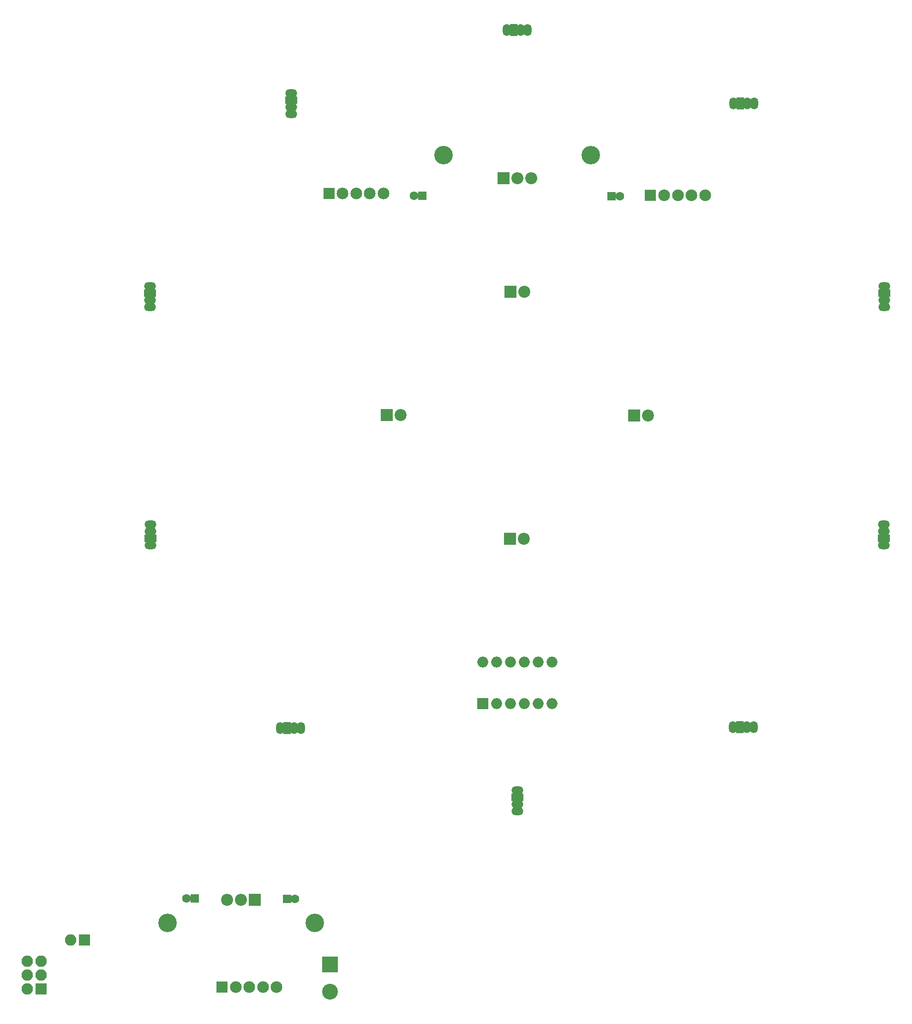
<source format=gbs>
G04 #@! TF.FileFunction,Soldermask,Bot*
%FSLAX46Y46*%
G04 Gerber Fmt 4.6, Leading zero omitted, Abs format (unit mm)*
G04 Created by KiCad (PCBNEW 4.0.7) date 02/24/18 14:33:00*
%MOMM*%
%LPD*%
G01*
G04 APERTURE LIST*
%ADD10C,0.100000*%
%ADD11C,3.400000*%
%ADD12R,1.600000X1.600000*%
%ADD13C,1.600000*%
%ADD14O,2.200000X1.470000*%
%ADD15R,2.200000X1.470000*%
%ADD16O,1.470000X2.200000*%
%ADD17R,1.470000X2.200000*%
%ADD18R,2.200000X2.200000*%
%ADD19C,2.200000*%
%ADD20R,2.150000X2.150000*%
%ADD21C,2.150000*%
%ADD22R,2.100000X2.100000*%
%ADD23O,2.100000X2.100000*%
%ADD24R,2.900000X2.900000*%
%ADD25C,2.900000*%
%ADD26R,2.000000X2.000000*%
%ADD27O,2.000000X2.000000*%
%ADD28O,2.200000X2.200000*%
G04 APERTURE END LIST*
D10*
D11*
X79514800Y-43230800D03*
X106514800Y-43230800D03*
D12*
X75590400Y-50698400D03*
D13*
X74090400Y-50698400D03*
D12*
X110286800Y-50749200D03*
D13*
X111786800Y-50749200D03*
D12*
X50749200Y-179679600D03*
D13*
X52249200Y-179679600D03*
D12*
X33832800Y-179527200D03*
D13*
X32332800Y-179527200D03*
D14*
X93014800Y-159766000D03*
D15*
X93014800Y-161036000D03*
D14*
X93014800Y-162306000D03*
X93014800Y-163576000D03*
D16*
X49530000Y-148285200D03*
D17*
X50800000Y-148285200D03*
D16*
X52070000Y-148285200D03*
X53340000Y-148285200D03*
D14*
X25704800Y-114808000D03*
D15*
X25704800Y-113538000D03*
D14*
X25704800Y-112268000D03*
X25704800Y-110998000D03*
X25654000Y-67259200D03*
D15*
X25654000Y-68529200D03*
D14*
X25654000Y-69799200D03*
X25654000Y-71069200D03*
X51511200Y-31902400D03*
D15*
X51511200Y-33172400D03*
D14*
X51511200Y-34442400D03*
X51511200Y-35712400D03*
D18*
X69037200Y-90932000D03*
D19*
X71577200Y-90932000D03*
D18*
X91744800Y-68326000D03*
D19*
X94284800Y-68326000D03*
D16*
X91084400Y-20320000D03*
D17*
X92354400Y-20320000D03*
D16*
X93624400Y-20320000D03*
X94894400Y-20320000D03*
X132638800Y-33731200D03*
D17*
X133908800Y-33731200D03*
D16*
X135178800Y-33731200D03*
X136448800Y-33731200D03*
D14*
X160324800Y-67259200D03*
D15*
X160324800Y-68529200D03*
D14*
X160324800Y-69799200D03*
X160324800Y-71069200D03*
X160223200Y-114757200D03*
D15*
X160223200Y-113487200D03*
D14*
X160223200Y-112217200D03*
X160223200Y-110947200D03*
D16*
X132588000Y-148132800D03*
D17*
X133858000Y-148132800D03*
D16*
X135128000Y-148132800D03*
X136398000Y-148132800D03*
D18*
X114452400Y-90982800D03*
D19*
X116992400Y-90982800D03*
D18*
X91694000Y-113588800D03*
D19*
X94234000Y-113588800D03*
D20*
X58470800Y-50292000D03*
D21*
X60970800Y-50292000D03*
X63470800Y-50292000D03*
X65970800Y-50292000D03*
X68470800Y-50292000D03*
D20*
X117449600Y-50596800D03*
D21*
X119949600Y-50596800D03*
X122449600Y-50596800D03*
X124949600Y-50596800D03*
X127449600Y-50596800D03*
D22*
X5689600Y-196189600D03*
D23*
X3149600Y-196189600D03*
X5689600Y-193649600D03*
X3149600Y-193649600D03*
X5689600Y-191109600D03*
X3149600Y-191109600D03*
D24*
X58674000Y-191668400D03*
D25*
X58674000Y-196668400D03*
D20*
X38862000Y-195783200D03*
D21*
X41362000Y-195783200D03*
X43862000Y-195783200D03*
X46362000Y-195783200D03*
X48862000Y-195783200D03*
D26*
X86664800Y-143865600D03*
D27*
X99364800Y-136245600D03*
X89204800Y-143865600D03*
X96824800Y-136245600D03*
X91744800Y-143865600D03*
X94284800Y-136245600D03*
X94284800Y-143865600D03*
X91744800Y-136245600D03*
X96824800Y-143865600D03*
X89204800Y-136245600D03*
X99364800Y-143865600D03*
X86664800Y-136245600D03*
D18*
X90474800Y-47447200D03*
D28*
X93014800Y-47447200D03*
X95554800Y-47447200D03*
D18*
X44856400Y-179781200D03*
D28*
X42316400Y-179781200D03*
X39776400Y-179781200D03*
D11*
X55816400Y-184048400D03*
X28816400Y-184048400D03*
D22*
X13614400Y-187198000D03*
D23*
X11074400Y-187198000D03*
M02*

</source>
